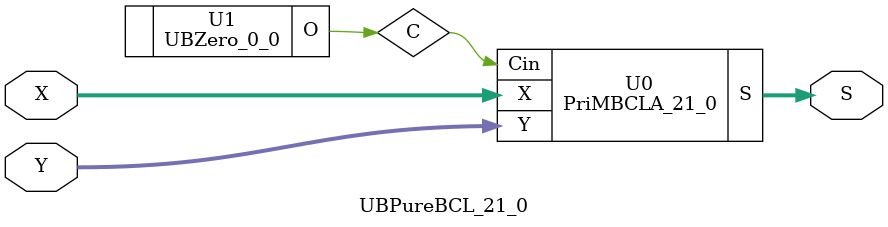
<source format=v>
/*----------------------------------------------------------------------------
  Copyright (c) 2021 Homma laboratory. All rights reserved.

  Top module: UBBCL_21_0_21_0

  Operand-1 length: 22
  Operand-2 length: 22
  Two-operand addition algorithm: Block carry look-ahead adder
----------------------------------------------------------------------------*/

module GPGenerator(Go, Po, A, B);
  output Go;
  output Po;
  input A;
  input B;
  assign Go = A & B;
  assign Po = A ^ B;
endmodule

module BCLAU_4(Go, Po, G, P, Cin);
  output Go;
  output Po;
  input Cin;
  input [3:0] G;
  input [3:0] P;
  assign Po = P[0] & P[1] & P[2] & P[3];
  assign Go = G[3] | ( P[3] & G[2] ) | ( P[3] & P[2] & G[1] ) | ( P[3] & P[2] & P[1] & G[0] );
endmodule

module BCLAlU_4(Go, Po, S, X, Y, Cin);
  output Go;
  output Po;
  output [3:0] S;
  input Cin;
  input [3:0] X;
  input [3:0] Y;
  wire [3:1] C;
  wire [3:0] G;
  wire [3:0] P;
  assign C[1] = G[0] | ( P[0] & Cin );
  assign C[2] = G[1] | ( P[1] & C[1] );
  assign C[3] = G[2] | ( P[2] & C[2] );
  assign S[0] = P[0] ^ Cin;
  assign S[1] = P[1] ^ C[1];
  assign S[2] = P[2] ^ C[2];
  assign S[3] = P[3] ^ C[3];
  GPGenerator U0 (G[0], P[0], X[0], Y[0]);
  GPGenerator U1 (G[1], P[1], X[1], Y[1]);
  GPGenerator U2 (G[2], P[2], X[2], Y[2]);
  GPGenerator U3 (G[3], P[3], X[3], Y[3]);
  BCLAU_4 U4 (Go, Po, G, P, Cin);
endmodule

module BCLAU_2(Go, Po, G, P, Cin);
  output Go;
  output Po;
  input Cin;
  input [1:0] G;
  input [1:0] P;
  assign Po = P[0] & P[1];
  assign Go = G[1] | ( P[1] & G[0] );
endmodule

module BCLAlU_2(Go, Po, S, X, Y, Cin);
  output Go;
  output Po;
  output [1:0] S;
  input Cin;
  input [1:0] X;
  input [1:0] Y;
  wire [1:1] C;
  wire [1:0] G;
  wire [1:0] P;
  assign C[1] = G[0] | ( P[0] & Cin );
  assign S[0] = P[0] ^ Cin;
  assign S[1] = P[1] ^ C[1];
  GPGenerator U0 (G[0], P[0], X[0], Y[0]);
  GPGenerator U1 (G[1], P[1], X[1], Y[1]);
  BCLAU_2 U2 (Go, Po, G, P, Cin);
endmodule

module PriMBCLA_21_0(S, X, Y, Cin);
  output [22:0] S;
  input Cin;
  input [21:0] X;
  input [21:0] Y;
  wire [5:0] C1;
  wire [1:0] C2;
  wire [5:0] G1;
  wire [1:0] G2;
  wire [5:0] P1;
  wire [1:0] P2;
  assign C1[0] = C2[0];
  assign C1[1] = G1[0] | ( P1[0] & C1[0] );
  assign C1[2] = G1[1] | ( P1[1] & C1[1] );
  assign C1[3] = G1[2] | ( P1[2] & C1[2] );
  assign C1[4] = C2[1];
  assign C1[5] = G1[4] | ( P1[4] & C1[4] );
  assign C2[0] = Cin;
  assign C2[1] = G2[0] | ( P2[0] & C2[0] );
  assign S[22] = G2[1] | ( P2[1] & C2[1] );
  BCLAlU_4 U0 (G1[0], P1[0], S[3:0], X[3:0], Y[3:0], C1[0]);
  BCLAlU_4 U1 (G1[1], P1[1], S[7:4], X[7:4], Y[7:4], C1[1]);
  BCLAlU_4 U2 (G1[2], P1[2], S[11:8], X[11:8], Y[11:8], C1[2]);
  BCLAlU_4 U3 (G1[3], P1[3], S[15:12], X[15:12], Y[15:12], C1[3]);
  BCLAlU_4 U4 (G1[4], P1[4], S[19:16], X[19:16], Y[19:16], C1[4]);
  BCLAlU_2 U5 (G1[5], P1[5], S[21:20], X[21:20], Y[21:20], C1[5]);
  BCLAU_4 U6 (G2[0], P2[0], G1[3:0], P1[3:0], C2[0]);
  BCLAU_2 U7 (G2[1], P2[1], G1[5:4], P1[5:4], C2[1]);
endmodule

module UBZero_0_0(O);
  output [0:0] O;
  assign O[0] = 0;
endmodule

module UBBCL_21_0_21_0 (S, X, Y);
  output [22:0] S;
  input [21:0] X;
  input [21:0] Y;
  UBPureBCL_21_0 U0 (S[22:0], X[21:0], Y[21:0]);
endmodule

module UBPureBCL_21_0 (S, X, Y);
  output [22:0] S;
  input [21:0] X;
  input [21:0] Y;
  wire C;
  PriMBCLA_21_0 U0 (S, X, Y, C);
  UBZero_0_0 U1 (C);
endmodule


</source>
